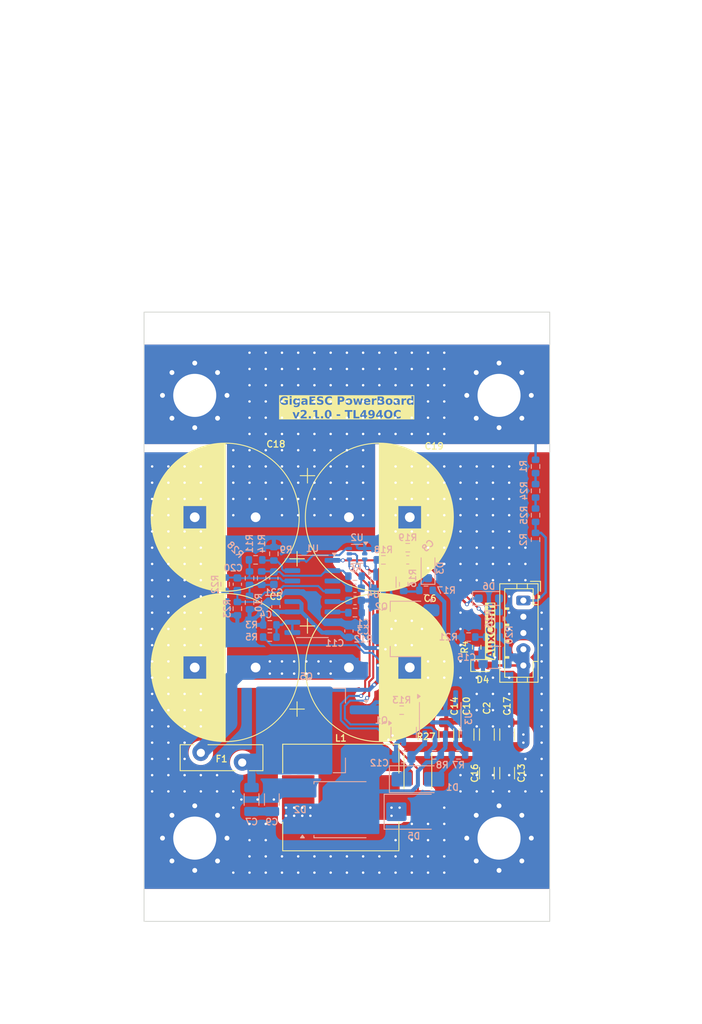
<source format=kicad_pcb>
(kicad_pcb (version 20240108) (generator "pcbnew") (generator_version "8.0")
  (layers (0 "F.Cu" signal) (31 "B.Cu" signal) (34 "B.Paste" user) (35 "F.Paste" user) (36 "B.SilkS" user "B.Silkscreen") (37 "F.SilkS" user "F.Silkscreen") (38 "B.Mask" user) (39 "F.Mask" user) (44 "Edge.Cuts" user))
  (net 0 "")
  (net 1 "+BATT")
  (net 2 "-BATT")
  (net 3 "+12V")
  (net 4 "IN_V")
  (net 5 "Net-(U1-E1)")
  (net 6 "Net-(U1-1IN-)")
  (net 7 "STARTUP")
  (net 8 "Net-(U1-CT)")
  (net 9 "Net-(U1-DTC)")
  (net 10 "Net-(D1-K)")
  (net 11 "Net-(D1-A)")
  (net 12 "Net-(U1-FB)")
  (net 13 "Net-(Q2-G)")
  (net 14 "Net-(Q2-S)")
  (net 15 "Net-(D4-K)")
  (net 16 "Net-(Q1-E)")
  (net 17 "Net-(D5-K)")
  (net 18 "Net-(U1-RT)")
  (net 19 "/SW-NODE")
  (net 20 "Net-(C21-Pad2)")
  (net 21 "Net-(U1-REF)")
  (net 22 "CFB-")
  (net 23 "VFB")
  (net 24 "Net-(D3-K)")
  (net 25 "Net-(U4-R)")
  (net 26 "Net-(C1-Pad1)")
  (net 27 "Net-(U3-HIN)")
  (net 29 "DRV-OUT")
  (net 30 "+VSW")
  (net 31 "Net-(R1-Pad2)")
  (net 32 "Net-(R24-Pad2)")
  (net 33 "Net-(D6-A)")
  (net 34 "CFB")
  (net 35 "Net-(C7-Pad2)")
  (footprint "MountingHole:MountingHole_5.3mm_M5_Pad_Via" (layer "F.Cu") (at 93.75 139.75)
    (property "Reference" "H3" (hide yes))
    (property "Value" "MountingHole_Pad")
  )
  (footprint "Capacitor_THT:CP_Radial_D18.0mm_P7.50mm" (layer "F.Cu") (at 63.75 118.75 180)
    (property "Reference" "C5")
    (property "Value" "330u 200V")
  )
  (footprint "Connector_JST:JST_PH_B5B-PH-K_1x05_P2.00mm_Vertical" (layer "F.Cu") (at 96.75 110.5 -90)
    (property "Reference" "J1" (hide yes))
    (property "Value" "AuxConn")
  )
  (footprint "Capacitor_THT:CP_Radial_D18.0mm_P7.50mm" (layer "F.Cu") (at 75.25 118.75)
    (property "Reference" "C6")
    (property "Value" "330u 200V")
  )
  (footprint "Inductor_SMD:L_Chilisin_BMRG00131360" (layer "F.Cu") (at 74.25 134.75)
    (property "Reference" "L1")
    (property "Value" "100uH")
  )
  (footprint "MountingHole:MountingHole_5.3mm_M5_Pad_Via" (layer "F.Cu") (at 56.25 85.25)
    (property "Reference" "H2" (hide yes))
    (property "Value" "MountingHole_Pad")
  )
  (footprint "Capacitor_SMD:C_1206_3216Metric" (layer "F.Cu") (at 87.25 127 90)
    (property "Reference" "C14")
    (property "Value" "22u")
  )
  (footprint "Resistor_SMD:R_0603_1608Metric" (layer "F.Cu") (at 91 116.25 -90)
    (property "Reference" "R4")
    (property "Value" "82k")
  )
  (footprint "Capacitor_SMD:C_1206_3216Metric" (layer "F.Cu") (at 89.75 127 90)
    (property "Reference" "C10")
    (property "Value" "22u")
  )
  (footprint "Capacitor_SMD:C_1206_3216Metric" (layer "F.Cu") (at 92.25 127 90)
    (property "Reference" "C2")
    (property "Value" "22u")
  )
  (footprint "MountingHole:MountingHole_5.3mm_M5_Pad_Via" (layer "F.Cu") (at 93.75 85.25)
    (property "Reference" "H4" (hide yes))
    (property "Value" "MountingHole_Pad")
  )
  (footprint "Diode_SMD:D_0603_1608Metric" (layer "F.Cu") (at 91.75 118.5)
    (property "Reference" "D4")
    (property "Value" "RUN")
  )
  (footprint "Capacitor_SMD:C_1206_3216Metric" (layer "F.Cu") (at 94.75 127 90)
    (property "Reference" "C17")
    (property "Value" "22u")
  )
  (footprint "Fuse:Fuse_Bourns_MF-RHT400" (layer "F.Cu") (at 57 129.25)
    (property "Reference" "F1")
    (property "Value" "RLVR240-100")
  )
  (footprint "Capacitor_SMD:C_1206_3216Metric" (layer "F.Cu") (at 92.25 131.75 -90)
    (property "Reference" "C16")
    (property "Value" "22u")
  )
  (footprint "Capacitor_THT:CP_Radial_D18.0mm_P7.50mm" (layer "F.Cu") (at 75.25 100.25)
    (property "Reference" "C19")
    (property "Value" "330u 200V")
  )
  (footprint "Capacitor_THT:CP_Radial_D18.0mm_P7.50mm" (layer "F.Cu") (at 63.75 100.25 180)
    (property "Reference" "C18")
    (property "Value" "330u 200V")
  )
  (footprint "Capacitor_SMD:C_1206_3216Metric" (layer "F.Cu") (at 94.75 131.75 -90)
    (property "Reference" "C13")
    (property "Value" "22u")
  )
  (footprint "Resistor_SMD:R_2512_6332Metric" (layer "F.Cu") (at 83.75 131.5 90)
    (property "Reference" "R27")
    (property "Value" "10m")
  )
  (footprint "MountingHole:MountingHole_5.3mm_M5_Pad_Via" (layer "F.Cu") (at 56.25 139.75)
    (property "Reference" "H1" (hide yes))
    (property "Value" "MountingHole_Pad")
  )
  (footprint "Package_TO_SOT_SMD:SOT-23" (layer "B.Cu") (at 79.5 108.25 -90)
    (property "Reference" "U4")
    (property "Value" "TL431")
  )
  (footprint "Resistor_SMD:R_0603_1608Metric" (layer "B.Cu") (at 60 108.5 -90)
    (property "Reference" "R22")
    (property "Value" "10k")
  )
  (footprint "Resistor_SMD:R_0603_1608Metric" (layer "B.Cu") (at 64.5 107.75 -90)
    (property "Reference" "R14")
    (property "Value" "200k")
  )
  (footprint "Resistor_SMD:R_0603_1608Metric" (layer "B.Cu") (at 79.5 105.5)
    (property "Reference" "R18")
    (property "Value" "9.1k")
  )
  (footprint "Resistor_SMD:R_0603_1608Metric" (layer "B.Cu") (at 85.75 129.5 180)
    (property "Reference" "R8")
    (property "Value" "1k")
  )
  (footprint "Resistor_SMD:R_0603_1608Metric" (layer "B.Cu") (at 66 104.75 90)
    (property "Reference" "R9")
    (property "Value" "5.1k")
  )
  (footprint "Resistor_SMD:R_0603_1608Metric" (layer "B.Cu") (at 93 115 180)
    (property "Reference" "R20")
    (property "Value" "100k")
  )
  (footprint "Capacitor_SMD:C_1206_3216Metric" (layer "B.Cu") (at 65.75 135 90)
    (property "Reference" "C9")
    (property "Value" "2.2u 100V")
  )
  (footprint "Resistor_SMD:R_0603_1608Metric" (layer "B.Cu") (at 84.75 109.25 180)
    (property "Reference" "R17")
    (property "Value" "47")
  )
  (footprint "Capacitor_SMD:C_1206_3216Metric" (layer "B.Cu") (at 63.25 135 -90)
    (property "Reference" "C7")
    (property "Value" "2.2u 100V")
  )
  (footprint "Package_SO:SOIC-8_3.9x4.9mm_P1.27mm" (layer "B.Cu") (at 86.5 125 -90)
    (property "Reference" "U3")
    (property "Value" "IR2181")
  )
  (footprint "Resistor_SMD:R_0603_1608Metric" (layer "B.Cu") (at 63 110.75 -90)
    (property "Reference" "R10")
    (property "Value" "5.1k")
  )
  (footprint "Resistor_SMD:R_0603_1608Metric" (layer "B.Cu") (at 76 107.5)
    (property "Reference" "R6")
    (property "Value" "2k")
  )
  (footprint "Diode_SMD:D_SOD-323_HandSoldering" (layer "B.Cu") (at 85 106.5 90)
    (property "Reference" "D3")
    (property "Value" "BZT52C5V1S")
  )
  (footprint "Package_TO_SOT_SMD:SOT-363_SC-70-6" (layer "B.Cu") (at 76.25 104.75 180)
    (property "Reference" "U2")
    (property "Value" "INA213")
  )
  (footprint "Resistor_SMD:R_0603_1608Metric" (layer "B.Cu") (at 63 107.75 -90)
    (property "Reference" "R11")
    (property "Value" "5.1k")
  )
  (footprint "Capacitor_SMD:C_0603_1608Metric" (layer "B.Cu") (at 61.5 108.5 -90)
    (property "Reference" "C20")
    (property "Value" "10u")
  )
  (footprint "Diode_SMD:D_SOD-323_HandSoldering" (layer "B.Cu") (at 92.5 110.25)
    (property "Reference" "D6")
    (property "Value" "1N5819WS")
  )
  (footprint "Resistor_SMD:R_0603_1608Metric" (layer "B.Cu") (at 81.75 124)
    (property "Reference" "R13")
    (property "Value" "22")
  )
  (footprint "Capacitor_SMD:C_0603_1608Metric" (layer "B.Cu") (at 76 110.5)
    (property "Reference" "C3")
    (property "Value" "1n")
  )
  (footprint "Resistor_SMD:R_0603_1608Metric" (layer "B.Cu") (at 98.25 94 -90)
    (property "Reference" "R1")
    (property "Value" "348k")
  )
  (footprint "Resistor_SMD:R_0603_1608Metric" (layer "B.Cu") (at 98.25 103 -90)
    (property "Reference" "R2")
    (property "Value" "18.7k")
  )
  (footprint "Resistor_SMD:R_0603_1608Metric" (layer "B.Cu") (at 76 112)
    (property "Reference" "R12")
    (property "Value" "5.1k")
  )
  (footprint "Resistor_SMD:R_0603_1608Metric" (layer "B.Cu") (at 61.5 111.5 -90)
    (property "Reference" "R23")
    (property "Value" "4.7k")
  )
  (footprint "Capacitor_SMD:C_1210_3225Metric" (layer "B.Cu") (at 93.25 117.5 180)
    (property "Reference" "C15")
    (property "Value" "47u 16V")
  )
  (footprint "Resistor_SMD:R_0603_1608Metric" (layer "B.Cu") (at 65.5 115)
    (property "Reference" "R5")
    (property "Value" "100")
  )
  (footprint "Diode_SMD:D_SMA" (layer "B.Cu") (at 83.75 132.5)
    (property "Reference" "D1")
    (property "Value" "SS520F")
  )
  (footprint "Resistor_SMD:R_0603_1608Metric" (layer "B.Cu") (at 93.75 112.75 90)
    (property "Reference" "R26")
    (property "Value" "22")
  )
  (footprint "Package_TO_SOT_SMD:SOT-23" (layer "B.Cu") (at 82 126.75 -90)
    (property "Reference" "Q1")
    (property "Value" "MMBTA92")
  )
  (footprint "Resistor_SMD:R_0603_1608Metric" (layer "B.Cu") (at 90 115 180)
    (property "Reference" "R21")
    (property "Value" "27k")
  )
  (footprint "Resistor_SMD:R_0603_1608Metric" (layer "B.Cu") (at 82 108.5 90)
    (property "Reference" "R16")
    (property "Value" "10k")
  )
  (footprint "Capacitor_SMD:C_0603_1608Metric" (layer "B.Cu") (at 66.25 111.25 90)
    (property "Reference" "C4")
    (property "Value" "100n")
  )
  (footprint "Package_TO_SOT_SMD:SOT-223-3_TabPin2" (layer "B.Cu") (at 82.25 114 180)
    (property "Reference" "Q2")
    (property "Value" "CPC3980")
  )
  (footprint "Resistor_SMD:R_0603_1608Metric" (layer "B.Cu") (at 88.75 129.5 180)
    (property "Reference" "R7")
    (property "Value" "22")
  )
  (footprint "Resistor_SMD:R_0603_1608Metric" (layer "B.Cu") (at 82.5 104)
    (property "Reference" "R19")
    (property "Value" "30k")
  )
  (footprint "Diode_SMD:D_SMB" (layer "B.Cu") (at 83.25 136.5)
    (property "Reference" "D5")
    (property "Value" "BZG03C16-M3-08")
  )
  (footprint "Package_TO_SOT_SMD:TO-263-2" (layer "B.Cu") (at 70 126.5 180)
    (property "Reference" "Q5")
    (property "Value" "IRFS4227TRLPBF")
  )
  (footprint "Capacitor_SMD:C_0805_2012Metric" (layer "B.Cu") (at 82 129.75 180)
    (property "Reference" "C12")
    (property "Value" "100n 200V")
  )
  (footprint "Resistor_SMD:R_0603_1608Metric" (layer "B.Cu") (at 98.25 97 -90)
    (property "Reference" "R24")
    (property "Value" "348k")
  )
  (footprint "Package_SO:SOIC-16_3.9x9.9mm_P1.27mm" (layer "B.Cu") (at 70.75 110 180)
    (property "Reference" "U1")
    (property "Value" "TL494")
  )
  (footprint "Capacitor_SMD:C_0603_1608Metric" (layer "B.Cu") (at 66 107.75 -90)
    (property "Reference" "C21")
    (property "Value" "100n")
  )
  (footprint "Package_TO_SOT_SMD:TO-252-2" (layer "B.Cu") (at 74.25 136.25)
    (property "Reference" "D2")
    (property "Value" "CI04S65E3")
  )
  (footprint "Resistor_SMD:R_0603_1608Metric" (layer "B.Cu") (at 65.5 113.5 180)
    (property "Reference" "R3")
    (property "Value" "10k")
  )
  (footprint "Capacitor_SMD:C_0603_1608Metric" (layer "B.Cu") (at 76 109 180)
    (property "Reference" "C1")
    (property "Value" "100n")
  )
  (footprint "Resistor_SMD:R_0603_1608Metric" (layer "B.Cu") (at 98.25 100 -90)
    (property "Reference" "R25")
    (property "Value" "348k")
  )
  (footprint "Capacitor_SMD:C_0603_1608Metric" (layer "B.Cu") (at 82.5 105.5 180)
    (property "Reference" "C8")
    (property "Value" "1n")
  )
  (footprint "Capacitor_SMD:C_0603_1608Metric" (layer "B.Cu") (at 75.25 114.25 90)
    (property "Reference" "C11")
    (property "Value" "1u")
  )
  (footprint "Resistor_SMD:R_0603_1608Metric" (layer "B.Cu") (at 63.75 105.5)
    (property "Reference" "R28")
    (property "Value" "20k")
  )
  (gr_rect (start 50 75) (end 100 150) (stroke (width 0.1)) (fill none) (layer "Edge.Cuts"))
  (gr_text "GigaESC PowerBoard\nv2.1.0 - TL494OC" (at 75 88.25 0) (layer "F.SilkS" knockout) (effects (font (size 1 1) (thickness 0.2) (bold yes)) (justify bottom)))
  (segment (start 91 88.5) (end 92.325 89.825) (width 0.3) (layer "F.Cu") (net 1))
  (via (at 83 80) (size 0.5) (drill 0.3) (layers "F.Cu" "B.Cu") (net 1))
  (via (at 77 84) (size 0.5) (drill 0.3) (layers "F.Cu" "B.Cu") (net 1))
  (via (at 67 100) (size 0.5) (drill 0.3) (layers "F.Cu" "B.Cu") (net 1))
  (via (at 73 118) (size 0.5) (drill 0.3) (layers "F.Cu" "B.Cu") (net 1))
  (via (at 70 119.5) (size 0.5) (drill 0.3) (layers "F.Cu" "B.Cu") (net 1))
  (via (at 85 88) (size 0.5) (drill 0.3) (layers "F.Cu" "B.Cu") (net 1))
  (via (at 73 84) (size 0.5) (drill 0.3) (layers "F.Cu" "B.Cu") (net 1))
  (via (at 69 94) (size 0.5) (drill 0.3) (layers "F.Cu" "B.Cu") (net 1))
  (via (at 69 98) (size 0.5) (drill 0.3) (layers "F.Cu" "B.Cu") (net 1))
  (via (at 73 92) (size 0.5) (drill 0.3) (layers "F.Cu" "B.Cu") (net 1))
  (via (at 67 90) (size 0.5) (drill 0.3) (layers "F.Cu" "B.Cu") (net 1))
  (via (at 65 88) (size 0.5) (drill 0.3) (layers "F.Cu" "B.Cu") (net 1))
  (via (at 73 94) (size 0.5) (drill 0.3) (layers "F.Cu" "B.Cu") (net 1))
  (via (at 87 86) (size 0.5) (drill 0.3) (layers "F.Cu" "B.Cu") (net 1))
  (via (at 69 82) (size 0.5) (drill 0.3) (layers "F.Cu" "B.Cu") (net 1))
  (via (at 71 84) (size 0.5) (drill 0.3) (layers "F.Cu" "B.Cu") (net 1))
  (via (at 73 98) (size 0.5) (drill 0.3) (layers "F.Cu" "B.Cu") (net 1))
  (via (at 81 84) (size 0.5) (drill 0.3) (layers "F.Cu" "B.Cu") (net 1))
  (via (at 85 84) (size 0.5) (drill 0.3) (layers "F.Cu" "B.Cu") (net 1))
  (via (at 83 88) (size 0.5) (drill 0.3) (layers "F.Cu" "B.Cu") (net 1))
  (via (at 77 92) (size 0.5) (drill 0.3) (layers "F.Cu" "B.Cu") (net 1))
  (via (at 67 94) (size 0.5) (drill 0.3) (layers "F.Cu" "B.Cu") (net 1))
  (via (at 69 86) (size 0.5) (drill 0.3) (layers "F.Cu" "B.Cu") (net 1))
  (via (at 73 100) (size 0.5) (drill 0.3) (layers "F.Cu" "B.Cu") (net 1))
  (via (at 79 86) (size 0.5) (drill 0.3) (layers "F.Cu" "B.Cu") (net 1))
  (via (at 75 94) (size 0.5) (drill 0.3) (layers "F.Cu" "B.Cu") (net 1))
  (via (at 67 92) (size 0.5) (drill 0.3) (layers "F.Cu" "B.Cu") (net 1))
  (via (at 77 88) (size 0.5) (drill 0.3) (layers "F.Cu" "B.Cu") (net 1))
  (via (at 77 82) (size 0.5) (drill 0.3) (layers "F.Cu" "B.Cu") (net 1))
  (via (at 75 80) (size 0.5) (drill 0.3) (layers "F.Cu" "B.Cu") (net 1))
  (via (at 71 92) (size 0.5) (drill 0.3) (layers "F.Cu" "B.Cu") (net 1))
  (via (at 65 90) (size 0.5) (drill 0.3) (layers "F.Cu" "B.Cu") (net 1))
  (via (at 81 86) (size 0.5) (drill 0.3) (layers "F.Cu" "B.Cu") (net 1))
  (via (at 69 84) (size 0.5) (drill 0.3) (layers "F.Cu" "B.Cu") (net 1))
  (via (at 85 86) (size 0.5) (drill 0.3) (layers "F.Cu" "B.Cu") (net 1))
  (via (at 73 82) (size 0.5) (drill 0.3) (layers "F.Cu" "B.Cu") (net 1))
  (via (at 67 96) (size 0.5) (drill 0.3) (layers "F.Cu" "B.Cu") (net 1))
  (via (at 79 88) (size 0.5) (drill 0.3) (layers "F.Cu" "B.Cu") (net 1))
  (via (at 77 90) (size 0.5) (drill 0.3) (layers "F.Cu" "B.Cu") (net 1))
  (via (at 71 94) (size 0.5) (drill 0.3) (layers "F.Cu" "B.Cu") (net 1))
  (via (at 61 100) (size 0.5) (drill 0.3) (layers "F.Cu" "B.Cu") (net 1))
  (via (at 67 86) (size 0.5) (drill 0.3) (layers "F.Cu" "B.Cu") (net 1))
  (via (at 69 80) (size 0.5) (drill 0.3) (layers "F.Cu" "B.Cu") (net 1))
  (via (at 73 86) (size 0.5) (drill 0.3) (layers "F.Cu" "B.Cu") (net 1))
  (via (at 87 82) (size 0.5) (drill 0.3) (layers "F.Cu" "B.Cu") (net 1))
  (via (at 71 96) (size 0.5) (drill 0.3) (layers "F.Cu" "B.Cu") (net 1))
  (via (at 65 80) (size 0.5) (drill 0.3) (layers "F.Cu" "B.Cu") (net 1))
  (via (at 61 96) (size 0.5) (drill 0.3) (layers "F.Cu" "B.Cu") (net 1))
  (via (at 83 86) (size 0.5) (drill 0.3) (layers "F.Cu" "B.Cu") (net 1))
  (via (at 61 94) (size 0.5) (drill 0.3) (layers "F.Cu" "B.Cu") (net 1))
  (via (at 67 80) (size 0.5) (drill 0.3) (layers "F.Cu" "B.Cu") (net 1))
  (via (at 79 82) (size 0.5) (drill 0.3) (layers "F.Cu" "B.Cu") (net 1))
  (via (at 77 100) (size 0.5) (drill 0.3) (layers "F.Cu" "B.Cu") (net 1))
  (via (at 73 96) (size 0.5) (drill 0.3) (layers "F.Cu" "B.Cu") (net 1))
  (via (at 71 86) (size 0.5) (drill 0.3) (layers "F.Cu" "B.Cu") (net 1))
  (via (at 65 92) (size 0.5) (drill 0.3) (layers "F.Cu" "B.Cu") (net 1))
  (via (at 69 90) (size 0.5) (drill 0.3) (layers "F.Cu" "B.Cu") (net 1))
  (via (at 68.5 119.5) (size 0.5) (drill 0.3) (layers "F.Cu" "B.Cu") (net 1))
  (via (at 67 118) (size 0.5) (drill 0.3) (layers "F.Cu" "B.Cu") (net 1))
  (via (at 69 92) (size 0.5) (drill 0.3) (layers "F.Cu" "B.Cu") (net 1))
  (via (at 73 90) (size 0.5) (drill 0.3) (layers "F.Cu" "B.Cu") (net 1))
  (via (at 87 88) (size 0.5) (drill 0.3) (layers "F.Cu" "B.Cu") (net 1))
  (via (at 65.5 119.5) (size 0.5) (drill 0.3) (layers "F.Cu" "B.Cu") (net 1))
  (via (at 83 84) (size 0.5) (drill 0.3) (layers "F.Cu" "B.Cu") (net 1))
  (via (at 65 96) (size 0.5) (drill 0.3) (layers "F.Cu" "B.Cu") (net 1))
  (via (at 85 82) (size 0.5) (drill 0.3) (layers "F.Cu" "B.Cu") (net 1))
  (via (at 63 92) (size 0.5) (drill 0.3) (layers "F.Cu" "B.Cu") (net 1))
  (via (at 83 90) (size 0.5) (drill 0.3) (layers "F.Cu" "B.Cu") (net 1))
  (via (at 83 82) (size 0.5) (drill 0.3) (layers "F.Cu" "B.Cu") (net 1))
  (via (at 61 98) (size 0.5) (drill 0.3) (layers "F.Cu" "B.Cu") (net 1))
  (via (at 65 86) (size 0.5) (drill 0.3) (layers "F.Cu" "B.Cu") (net 1))
  (via (at 81 80) (size 0.5) (drill 0.3) (layers "F.Cu" "B.Cu") (net 1))
  (via (at 73 80) (size 0.5) (drill 0.3) (layers "F.Cu" "B.Cu") (net 1))
  (via (at 75 82) (size 0.5) (drill 0.3) (layers "F.Cu" "B.Cu") (net 1))
  (via (at 70 118) (size 0.5) (drill 0.3) (layers "F.Cu" "B.Cu") (net 1))
  (via (at 67 82) (size 0.5) (drill 0.3) (layers "F.Cu" "B.Cu") (net 1))
  (via (at 77 96) (size 0.5) (drill 0.3) (layers "F.Cu" "B.Cu") (net 1))
  (via (at 69 88) (size 0.5) (drill 0.3) (layers "F.Cu" "B.Cu") (net 1))
  (via (at 75 86) (size 0.5) (drill 0.3) (layers "F.Cu" "B.Cu") (net 1))
  (via (at 63 94) (size 0.5) (drill 0.3) (layers "F.Cu" "B.Cu") (net 1))
  (via (at 87 80) (size 0.5) (drill 0.3) (layers "F.Cu" "B.Cu") (net 1))
  (via (at 61 92) (size 0.5) (drill 0.3) (layers "F.Cu" "B.Cu") (net 1))
  (via (at 71.5 119.5) (size 0.5) (drill 0.3) (layers "F.Cu" "B.Cu") (net 1))
  (via (at 79 84) (size 0.5) (drill 0.3) (layers "F.Cu" "B.Cu") (net 1))
  (via (at 68.5 118) (size 0.5) (drill 0.3) (layers "F.Cu" "B.Cu") (net 1))
  (via (at 75 96) (size 0.5) (drill 0.3) (layers "F.Cu" "B.Cu") (net 1))
  (via (at 65 82) (size 0.5) (drill 0.3) (layers "F.Cu" "B.Cu") (net 1))
  (via (at 71 88) (size 0.5) (drill 0.3) (layers "F.Cu" "B.Cu") (net 1))
  (via (at 85 90) (size 0.5) (drill 0.3) (layers "F.Cu" "B.Cu") (net 1))
  (via (at 87 84) (size 0.5) (drill 0.3) (layers "F.Cu" "B.Cu") (net 1))
  (via (at 77 80) (size 0.5) (drill 0.3) (layers "F.Cu" "B.Cu") (net 1))
  (via (at 67 88) (size 0.5) (drill 0.3) (layers "F.Cu" "B.Cu") (net 1))
  (via (at 79 80) (size 0.5) (drill 0.3) (layers "F.Cu" "B.Cu") (net 1))
  (via (at 71 100) (size 0.5) (drill 0.3) (layers "F.Cu" "B.Cu") (net 1))
  (via (at 75 92) (size 0.5) (drill 0.3) (layers "F.Cu" "B.Cu") (net 1))
  (via (at 63 96) (size 0.5) (drill 0.3) (layers "F.Cu" "B.Cu") (net 1))
  (via (at 77 98) (size 0.5) (drill 0.3) (layers "F.Cu" "B.Cu") (net 1))
  (via (at 63 80) (size 0.5) (drill 0.3) (layers "F.Cu" "B.Cu") (net 1))
  (via (at 75 98) (size 0.5) (drill 0.3) (layers "F.Cu" "B.Cu") (net 1))
  (via (at 65 94) (size 0.5) (drill 0.3) (layers "F.Cu" "B.Cu") (net 1))
  (via (at 73 119.5) (size 0.5) (drill 0.3) (layers "F.Cu" "B.Cu") (net 1))
  (via (at 65.5 118) (size 0.5) (drill 0.3) (layers "F.Cu" "B.Cu") (net 1))
  (via (at 67 98) (size 0.5) (drill 0.3) (layers "F.Cu" "B.Cu") (net 1))
  (via (at 63 86) (size 0.5) (drill 0.3) (layers "F.Cu" "B.Cu") (net 1))
  (via (at 67 84) (size 0.5) (drill 0.3) (layers "F.Cu" "B.Cu") (net 1))
  (via (at 71 90) (size 0.5) (drill 0.3) (layers "F.Cu" "B.Cu") (net 1))
  (via (at 63 82) (size 0.5) (drill 0.3) (layers "F.Cu" "B.Cu") (net 1))
  (via (at 75 90) (size 0.5) (drill 0.3) (layers "F.Cu" "B.Cu") (net 1))
  (via (at 71 98) (size 0.5) (drill 0.3) (layers "F.Cu" "B.Cu") (net 1))
  (via (at 85 80) (size 0.5) (drill 0.3) (layers "F.Cu" "B.Cu") (net 1))
  (via (at 65 98) (size 0.5) (drill 0.3) (layers "F.Cu" "B.Cu") (net 1))
  (via (at 71.5 118) (size 0.5) (drill 0.3) (layers "F.Cu" "B.Cu") (net 1))
  (via (at 71 80) (size 0.5) (drill 0.3) (layers "F.Cu" "B.Cu") (net 1))
  (via (at 63 98) (size 0.5) (drill 0.3) (layers "F.Cu" "B.Cu") (net 1))
  (via (at 79 90) (size 0.5) (drill 0.3) (layers "F.Cu" "B.Cu") (net 1))
  (via (at 81 88) (size 0.5) (drill 0.3) (layers "F.Cu" "B.Cu") (net 1))
  (via (at 77 94) (size 0.5) (drill 0.3) (layers "F.Cu" "B.Cu") (net 1))
  (via (at 69 96) (size 0.5) (drill 0.3) (layers "F.Cu" "B.Cu") (net 1))
  (via (at 75 88) (size 0.5) (drill 0.3) (layers "F.Cu" "B.Cu") (net 1))
  (via (at 67 119.5) (size 0.5) (drill 0.3) (layers "F.Cu" "B.Cu") (net 1))
  (via (at 81 82) (size 0.5) (drill 0.3) (layers "F.Cu" "B.Cu") (net 1))
  (via (at 71 82) (size 0.5) (drill 0.3) (layers "F.Cu" "B.Cu") (net 1))
  (via (at 87 90) (size 0.5) (drill 0.3) (layers "F.Cu" "B.Cu") (net 1))
  (via (at 77 86) (size 0.5) (drill 0.3) (layers "F.Cu" "B.Cu") (net 1))
  (via (at 73 88) (size 0.5) (drill 0.3) (layers "F.Cu" "B.Cu") (net 1))
  (via (at 65 84) (size 0.5) (drill 0.3) (layers "F.Cu" "B.Cu") (net 1))
  (via (at 81 90) (size 0.5) (drill 0.3) (layers "F.Cu" "B.Cu") (net 1))
  (via (at 63 90) (size 0.5) (drill 0.3) (layers "F.Cu" "B.Cu") (net 1))
  (via (at 69 100) (size 0.5) (drill 0.3) (layers "F.Cu" "B.Cu") (net 1))
  (via (at 75 84) (size 0.5) (drill 0.3) (layers "F.Cu" "B.Cu") (net 1))
  (via (at 63 84) (size 0.5) (drill 0.3) (layers "F.Cu" "B.Cu") (net 1))
  (via (at 63 88) (size 0.5) (drill 0.3) (layers "F.Cu" "B.Cu") (net 1))
  (segment (start 60.5 125.6) (end 60.5 120.5) (width 2) (layer "B.Cu") (net 1))
  (segment (start 98.25 89.75) (end 93.75 85.25) (width 0.3) (layer "B.Cu") (net 1))
  (segment (start 98.25 93.175) (end 98.25 89.75) (width 0.3) (layer "B.Cu") (net 1))
  (segment (start 60.5 120.5) (end 62.25 118.75) (width 2) (layer "B.Cu") (net 1))
  (segment (start 56.95 129.15) (end 60.5 125.6) (width 2) (layer "B.Cu") (net 1))
  (segment (start 62.25 118.75) (end 63.75 118.75) (width 2) (layer "B.Cu") (net 1))
  (via (at 89 94) (size 0.5) (drill 0.3) (layers "F.Cu" "B.Cu") (net 2))
  (via (at 95 98) (size 0.5) (drill 0.3) (layers "F.Cu" "B.Cu") (net 2))
  (via (at 89 96) (size 0.5) (drill 0.3) (layers "F.Cu" "B.Cu") (net 2))
  (via (at 67 144) (size 0.5) (drill 0.3) (layers "F.Cu" "B.Cu") (net 2))
  (via (at 62 135) (size 0.5) (drill 0.3) (layers "F.Cu" "B.Cu") (net 2))
  (via (at 73 144) (size 0.5) (drill 0.3) (layers "F.Cu" "B.Cu") (net 2))
  (via (at 93 108) (size 0.5) (drill 0.3) (layers "F.Cu" "B.Cu") (net 2))
  (via (at 53 128) (size 0.5) (drill 0.3) (layers "F.Cu" "B.Cu") (net 2))
  (via (at 99 128) (size 0.5) (drill 0.3) (layers "F.Cu" "B.Cu") (net 2))
  (via (at 55 112) (size 0.5) (drill 0.3) (layers "F.Cu" "B.Cu") (net 2))
  (via (at 53 98) (size 0.5) (drill 0.3) (layers "F.Cu" "B.Cu") (net 2))
  (via (at 93 98) (size 0.5) (drill 0.3) (layers "F.Cu" "B.Cu") (net 2))
  (via (at 89 112) (size 0.5) (drill 0.3) (layers "F.Cu" "B.Cu") (net 2))
  (via (at 99 112) (size 0.5) (drill 0.3) (layers "F.Cu" "B.Cu") (net 2))
  (via (at 51 106) (size 0.5) (drill 0.3) (layers "F.Cu" "B.Cu") (net 2))
  (via (at 97 134) (size 0.5) (drill 0.3) (layers "F.Cu" "B.Cu") (net 2))
  (via (at 57 110) (size 0.5) (drill 0.3) (layers "F.Cu" "B.Cu") (net 2))
  (via (at 85 138) (size 0.5) (drill 0.3) (layers "F.Cu" "B.Cu") (net 2))
  (via (at 81 100) (size 0.5) (drill 0.3) (layers "F.Cu" "B.Cu") (net 2))
  (via (at 65 142) (size 0.5) (drill 0.3) (layers "F.Cu" "B.Cu") (net 2))
  (via (at 61 134) (size 0.5) (drill 0.3) (layers "F.Cu" "B.Cu") (net 2))
  (via (at 79 144) (size 0.5) (drill 0.3) (layers "F.Cu" "B.Cu") (net 2))
  (via (at 53 102) (size 0.5) (drill 0.3) (layers "F.Cu" "B.Cu") (net 2))
  (via (at 81 102) (size 0.5) (drill 0.3) (layers "F.Cu" "B.Cu") (net 2))
  (via (at 91 102) (size 0.5) (drill 0.3) (layers "F.Cu" "B.Cu") (net 2))
  (via (at 59 134) (size 0.5) (drill 0.3) (layers "F.Cu" "B.Cu") (net 2))
  (via (at 51 118) (size 0.5) (drill 0.3) (layers "F.Cu" "B.Cu") (net 2))
  (via (at 53 114) (size 0.5) (drill 0.3) (layers "F.Cu" "B.Cu") (net 2))
  (via (at 91 134) (size 0.5) (drill 0.3) (layers "F.Cu" "B.Cu") (net 2))
  (via (at 89 104) (size 0.5) (drill 0.3) (layers "F.Cu" "B.Cu") (net 2))
  (via (at 89 120) (size 0.5) (drill 0.3) (layers "F.Cu" "B.Cu") (net 2))
  (via (at 83 94) (size 0.5) (drill 0.3) (layers "F.Cu" "B.Cu") (net 2))
  (via (at 83 113) (size 0.5) (drill 0.3) (layers "F.Cu" "B.Cu") (net 2))
  (via (at 53 104) (size 0.5) (drill 0.3) (layers "F.Cu" "B.Cu") (net 2))
  (via (at 51 128) (size 0.5) (drill 0.3) (layers "F.Cu" "B.Cu") (net 2))
  (via (at 83 138) (size 0.5) (drill 0.3) (layers "F.Cu" "B.Cu") (net 2))
  (via (at 51 100) (size 0.5) (drill 0.3) (layers "F.Cu" "B.Cu") (net 2))
  (via (at 97 106) (size 0.5) (drill 0.3) (layers "F.Cu" "B.Cu") (net 2))
  (via (at 53 94) (size 0.5) (drill 0.3) (layers "F.Cu" "B.Cu") (net 2))
  (via (at 55 98) (size 0.5) (drill 0.3) (layers "F.Cu" "B.Cu") (net 2))
  (via (at 53 108) (size 0.5) (drill 0.3) (layers "F.Cu" "B.Cu") (net 2))
  (via (at 87 120) (size 0.5) (drill 0.3) (layers "F.Cu" "B.Cu") (net 2))
  (via (at 85 142) (size 0.5) (drill 0.3) (layers "F.Cu" "B.Cu") (net 2))
  (via (at 57 124) (size 0.5) (drill 0.3) (layers "F.Cu" "B.Cu") (net 2))
  (via (at 53 120) (size 0.5) (drill 0.3) (layers "F.Cu" "B.Cu") (net 2))
  (via (at 57 122) (size 0.5) (drill 0.3) (layers "F.Cu" "B.Cu") (net 2))
  (via (at 51 132) (size 0.5) (drill 0.3) (layers "F.Cu" "B.Cu") (net 2))
  (via (at 89 132) (size 0.5) (drill 0.3) (layers "F.Cu" "B.Cu") (net 2))
  (via (at 93 122) (size 0.5) (drill 0.3) (layers "F.Cu" "B.Cu") (net 2))
  (via (at 51 134) (size 0.5) (drill 0.3) (layers "F.Cu" "B.Cu") (net 2))
  (via (at 53 96) (size 0.5) (drill 0.3) (layers "F.Cu" "B.Cu") (net 2))
  (via (at 55 102) (size 0.5) (drill 0.3) (layers "F.Cu" "B.Cu") (net 2))
  (via (at 91 96) (size 0.5) (drill 0.3) (layers "F.Cu" "B.Cu") (net 2))
  (via (at 53 130) (size 0.5) (drill 0.3) (layers "F.Cu" "B.Cu") (net 2))
  (via (at 51 112) (size 0.5) (drill 0.3) (layers "F.Cu" "B.Cu") (net 2))
  (via (at 85 120) (size 0.5) (drill 0.3) (layers "F.Cu" "B.Cu") (net 2))
  (via (at 93 132) (size 0.5) (drill 0.3) (layers "F.Cu" "B.Cu") (net 2))
  (via (at 87 102) (size 0.5) (drill 0.3) (layers "F.Cu" "B.Cu") (net 2))
  (via (at 89 118) (size 0.5) (drill 0.3) (layers "F.Cu" "B.Cu") (net 2))
  (via (at 55 116) (size 0.5) (drill 0.3) (layers "F.Cu" "B.Cu") (net 2))
  (via (at 57 104) (size 0.5) (drill 0.3) (layers "F.Cu" "B.Cu") (net 2))
  (via (at 97 108) (size 0.5) (drill 0.3) (layers "F.Cu" "B.Cu") (net 2))
  (via (at 63 144) (size 0.5) (drill 0.3) (layers "F.Cu" "B.Cu") (net 2))
  (via (at 89 98) (size 0.5) (drill 0.3) (layers "F.Cu" "B.Cu") (net 2))
  (via (at 87 142) (size 0.5) (drill 0.3) (layers "F.Cu" "B.Cu") (net 2))
  (via (at 95 96) (size 0.5) (drill 0.3) (layers "F.Cu" "B.Cu") (net 2))
  (via (at 55 96) (size 0.5) (drill 0.3) (layers "F.Cu" "B.Cu") (net 2))
  (via (at 85 94) (size 0.5) (drill 0.3) (layers "F.Cu" "B.Cu") (net 2))
  (via (at 91 98) (size 0.5) (drill 0.3) (layers "F.Cu" "B.Cu") (net 2))
  (via (at 87 104) (size 0.5) (drill 0.3) (layers "F.Cu" "B.Cu") (net 2))
  (via (at 91 120) (size 0.5) (drill 0.3) (layers "F.Cu" "B.Cu") (net 2))
  (via (at 65 138) (size 0.5) (drill 0.3) (layers "F.Cu" "B.Cu") (net 2))
  (via (at 57 114) (size 0.5) (drill 0.3) (layers "F.Cu" "B.Cu") (net 2))
  (via (at 99 122) (size 0.5) (drill 0.3) (layers "F.Cu" "B.Cu") (net 2))
  (via (at 55 134) (size 0.5) (drill 0.3) (layers "F.Cu" "B.Cu") (net 2))
  (via (at 53 106) (size 0.5) (drill 0.3) (layers "F.Cu" "B.Cu") (net 2))
  (via (at 83 98) (size 0.5) (drill 0.3) (layers "F.Cu" "B.Cu") (net 2))
  (via (at 95 114) (size 0.5) (drill 0.3) (layers "F.Cu" "B.Cu") (net 2))
  (via (at 89 116) (size 0.5) (drill 0.3) (layers "F.Cu" "B.Cu") (net 2))
  (via (at 55 108) (size 0.5) (drill 0.3) (layers "F.Cu" "B.Cu") (net 2))
  (via (at 73 142) (size 0.5) (drill 0.3) (layers "F.Cu" "B.Cu") (net 2))
  (via (at 63 142) (size 0.5) (drill 0.3) (layers "F.Cu" "B.Cu") (net 2))
  (via (at 57 112) (size 0.5) (drill 0.3) (layers "F.Cu" "B.Cu") (net 2))
  (via (at 57 106) (size 0.5) (drill 0.3) (layers "F.Cu" "B.Cu") (net 2))
  (via (at 53 132) (size 0.5) (drill 0.3) (layers "F.Cu" "B.Cu") (net 2))
  (via (at 99 132) (size 0.5) (drill 0.3) (layers "F.Cu" "B.Cu") (net 2))
  (via (at 69 144) (size 0.5) (drill 0.3) (layers "F.Cu" "B.Cu") (net 2))
  (via (at 95 110) (size 0.5) (drill 0.3) (layers "F.Cu" "B.Cu") (net 2))
  (via (at 79 142) (size 0.5) (drill 0.3) (layers "F.Cu" "B.Cu") (net 2))
  (via (at 95 94) (size 0.5) (drill 0.3) (layers "F.Cu" "B.Cu") (net 2))
  (via (at 55 132) (size 0.5) (drill 0.3) (layers "F.Cu" "B.Cu") (net 2))
  (via (at 51 130) (size 0.5) (drill 0.3) (layers "F.Cu" "B.Cu") (net 2))
  (via (at 99 130) (size 0.5) (drill 0.3) (layers "F.Cu" "B.Cu") (net 2))
  (via (at 87 138) (size 0.5) (drill 0.3) (layers "F.Cu" "B.Cu") (net 2))
  (via (at 77 144) (size 0.5) (drill 0.3) (layers "F.Cu" "B.Cu") (net 2))
  (via (at 59 132) (size 0.5) (drill 0.3) (layers "F.Cu" "B.Cu") (net 2))
  (via (at 81 98) (size 0.5) (drill 0.3) (layers "F.Cu" "B.Cu") (net 2))
  (via (at 55 110) (size 0.5) (drill 0.3) (layers "F.Cu" "B.Cu") (net 2))
  (via (at 55 128) (size 0.5) (drill 0.3) (layers "F.Cu" "B.Cu") (net 2))
  (via (at 99 126) (size 0.5) (drill 0.3) (layers "F.Cu" "B.Cu") (net 2))
  (via (at 97 104) (size 0.5) (drill 0.3) (layers "F.Cu" "B.Cu") (net 2))
  (via (at 53 126) (size 0.5) (drill 0.3) (layers "F.Cu" "B.Cu") (net 2))
  (via (at 55 104) (size 0.5) (drill 0.3) (layers "F.Cu" "B.Cu") (net 2))
  (via (at 83 140) (size 0.5) (drill 0.3) (layers "F.Cu" "B.Cu") (net 2))
  (via (at 83 144) (size 0.5) (drill 0.3) (layers "F.Cu" "B.Cu") (net 2))
  (via (at 55 124) (size 0.5) (drill 0.3) (layers "F.Cu" "B.Cu") (net 2))
  (via (at 75 142) (size 0.5) (drill 0.3) (layers "F.Cu" "B.Cu") (net 2))
  (via (at 93 124) (size 0.5) (drill 0.3) (layers "F.Cu" "B.Cu") (net 2))
  (via (at 97 130) (size 0.5) (drill 0.3) (layers "F.Cu" "B.Cu") (net 2))
  (via (at 99 116) (size 0.5) (drill 0.3) (layers "F.Cu" "B.Cu") (net 2))
  (via (at 51 126) (size 0.5) (drill 0.3) (layers "F.Cu" "B.Cu") (net 2))
  (via (at 57 126) (size 0.5) (drill 0.3) (layers "F.Cu" "B.Cu") (net 2))
  (via (at 99 134) (size 0.5) (drill 0.3) (layers "F.Cu" "B.Cu") (net 2))
  (via (at 95 102) (size 0.5) (drill 0.3) (layers "F.Cu" "B.Cu") (net 2))
  (via (at 51 94) (size 0.5) (drill 0.3) (layers "F.Cu" "B.Cu") (net 2))
  (via (at 91 94) (size 0.5) (drill 0.3) (layers "F.Cu" "B.Cu") (net 2))
  (via (at 91 126) (size 0.5) (drill 0.3) (layers "F.Cu" "B.Cu") (net 2))
  (via (at 77 142) (size 0.5) (drill 0.3) (layers "F.Cu" "B.Cu") (net 2))
  (via (at 63 138) (size 0.5) (drill 0.3) (layers "F.Cu" "B.Cu") (net 2))
  (via (at 57 96) (size 0.5) (drill 0.3) (layers "F.Cu" "B.Cu") (net 2))
  (via (at 91 100) (size 0.5) (drill 0.3) (layers "F.Cu" "B.Cu") (net 2))
  (via (at 57 108) (size 0.5) (drill 0.3) (layers "F.Cu" "B.Cu") (net 2))
  (via (at 99 124) (size 0.5) (drill 0.3) (layers "F.Cu" "B.Cu") (net 2))
  (via (at 99 120) (size 0.5) (drill 0.3) (layers "F.Cu" "B.Cu") (net 2))
  (via (at 51 108) (size 0.5) (drill 0.3) (layers "F.Cu" "B.Cu") (net 2))
  (via (at 51 124) (size 0.5) (drill 0.3) (layers "F.Cu" "B.Cu") (net 2))
  (via (at 71 142) (size 0.5) (drill 0.3) (layers "F.Cu" "B.Cu") (net 2))
  (via (at 95 100) (size 0.5) (drill 0.3) (layers "F.Cu" "B.Cu") (net 2))
  (via (at 53 122) (size 0.5) (drill 0.3) (layers "F.Cu" "B.Cu") (net 2))
  (via (at 85 102) (size 0.5) (drill 0.3) (layers "F.Cu" "B.Cu") (net 2))
  (via (at 87 136) (size 0.5) (drill 0.3) (layers "F.Cu" "B.Cu") (net 2))
  (via (at 95 120) (size 0.5) (drill 0.3) (layers "F.Cu" "B.Cu") (net 2))
  (via (at 91 108) (size 0.5) (drill 0.3) (layers "F.Cu" "B.Cu") (net 2))
  (via (at 87 96) (size 0.5) (drill 0.3) (layers "F.Cu" "B.Cu") (net 2))
  (via (at 65 140) (size 0.5) (drill 0.3) (layers "F.Cu" "B.Cu") (net 2))
  (via (at 81 96) (size 0.5) (drill 0.3) (layers "F.Cu" "B.Cu") (net 2))
  (via (at 81 142) (size 0.5) (drill 0.3) (layers "F.Cu" "B.Cu") (net 2))
  (via (at 61 144) (size 0.5) (drill 0.3) (layers "F.Cu" "B.Cu") (net 2))
  (via (at 85 98) (size 0.5) (drill 0.3) (layers "F.Cu" "B.Cu") (net 2))
  (via (at 53 100) (size 0.5) (drill 0.3) (layers "F.Cu" "B.Cu") (net 2))
  (via (at 95 112) (size 0.5) (drill 0.3) (layers "F.Cu" "B.Cu") (net 2))
  (via (at 91 122) (size 0.5) (drill 0.3) (layers "F.Cu" "B.Cu") (net 2))
  (via (at 89 114) (size 0.5) (drill 0.3) (layers "F.Cu" "B.Cu") (net 2))
  (via (at 91 132) (size 0.5) (drill 0.3) (layers "F.Cu" "B.Cu") (net 2))
  (via (at 93 120) (size 0.5) (drill 0.3) (layers "F.Cu" "B.Cu") (net 2))
  (via (at 91 104) (size 0.5) (drill 0.3) (layers "F.Cu" "B.Cu") (net 2))
  (via (at 89 100) (size 0.5) (drill 0.3) (layers "F.Cu" "B.Cu") (net 2))
  (via (at 85 104) (size 0.5) (drill 0.3) (layers "F.Cu" "B.Cu") (net 2))
  (via (at 99 114) (size 0.5) (drill 0.3) (layers "F.Cu" "B.Cu") (net 2))
  (via (at 57 132) (size 0.5) (drill 0.3) (layers "F.Cu" "B.Cu") (net 2))
  (via (at 51 102) (size 0.5) (drill 0.3) (layers "F.Cu" "B.Cu") (net 2))
  (via (at 83 96) (size 0.5) (drill 0.3) (layers "F.Cu" "B.Cu") (net 2))
  (via (at 55 114) (size 0.5) (drill 0.3) (layers "F.Cu" "B.Cu") (net 2))
  (via (at 51 116) (size 0.5) (drill 0.3) (layers "F.Cu" "B.Cu") (net 2))
  (via (at 51 120) (size 0.5) (drill 0.3) (layers "F.Cu" "B.Cu") (net 2))
  (via (at 57 116) (size 0.5) (drill 0.3) (layers "F.Cu" "B.Cu") (net 2))
  (via (at 87 118) (size 0.5) (drill 0.3) (layers "F.Cu" "B.Cu") (net 2))
  (via (at 53 124) (size 0.5) (drill 0.3) (layers "F.Cu" "B.Cu") (net 2))
  (via (at 89 108) (size 0.5) (drill 0.3) (layers "F.Cu" "B.Cu") (net 2))
  (via (at 57 98) (size 0.5) (drill 0.3) (layers "F.Cu" "B.Cu") (net 2))
  (via (at 53 110) (size 0.5) (drill 0.3) (layers "F.Cu" "B.Cu") (net 2))
  (via (at 53 118) (size 0.5) (drill 0.3) (layers "F.Cu" "B.Cu") (net 2))
  (via (at 93 100) (size 0.5) (drill 0.3) (layers "F.Cu" "B.Cu") (net 2))
  (via (at 53 112) (size 0.5) (drill 0.3) (layers "F.Cu" "B.Cu") (net 2))
  (via (at 81 94) (size 0.5) (drill 0.3) (layers "F.Cu" "B.Cu") (net 2))
  (via (at 91 106) (size 0.5) (drill 0.3) (layers "F.Cu" "B.Cu") (net 2))
  (via (at 51 122) (size 0.5) (drill 0.3) (layers "F.Cu" "B.Cu") (net 2))
  (via (at 64 135) (size 0.5) (drill 0.3) (layers "F.Cu" "B.Cu") (net 2))
  (via (at 83 116) (size 0.5) (drill 0.3) (layers "F.Cu" "B.Cu") (net 2))
  (via (at 81 144) (size 0.5) (drill 0.3) (layers "F.Cu" "B.Cu") (net 2))
  (via (at 87 144) (size 0.5) (drill 0.3) (layers "F.Cu" "B.Cu") (net 2))
  (via (at 89 134) (size 0.5) (drill 0.3) (layers "F.Cu" "B.Cu") (net 2))
  (via (at 93 94) (size 0.5) (drill 0.3) (layers "F.Cu" "B.Cu") (net 2))
  (via (at 95 122) (size 0.5) (drill 0.3) (layers "F.Cu" "B.Cu") (net 2))
  (via (at 55 94) (size 0.5) (drill 0.3) (layers "F.Cu" "B.Cu") (net 2))
  (via (at 85 144) (size 0.5) (drill 0.3) (layers "F.Cu" "B.Cu") (net 2))
  (via (at 55 126) (size 0.5) (drill 0.3) (layers "F.Cu" "B.Cu") (net 2))
  (via (at 81 140) (size 0.5) (drill 0.3) (layers "F.Cu" "B.Cu") (net 2))
  (via (at 87 106) (size 0.5) (drill 0.3) (layers "F.Cu" "B.Cu") (net 2))
  (via (at 87 140) (size 0.5) (drill 0.3) (layers "F.Cu" "B.Cu") (net 2))
  (via (at 66 135) (size 0.5) (drill 0.3) (layers "F.Cu" "B.Cu") (net 2))
  (via (at 81 113) (size 0.5) (drill 0.3) (layers "F.Cu" "B.Cu") (net 2))
  (via (at 87 100) (size 0.5) (drill 0.3) (layers "F.Cu" "B.Cu") (net 2))
  (via (at 93 126) (size 0.5) (drill 0.3) (layers "F.Cu" "B.Cu") (net 2))
  (via (at 95 134) (size 0.5) (drill 0.3) (layers "F.Cu" "B.Cu") (net 2))
  (via (at 63 140) (size 0.5) (drill 0.3) (layers "F.Cu" "B.Cu") (net 2))
  (via (at 85 118) (size 0.5) (drill 0.3) (layers "F.Cu" "B.Cu") (net 2))
  (via (at 95 104) (size 0.5) (drill 0.3) (layers "F.Cu" "B.Cu") (net 2))
  (via (at 85 100) (size 0.5) (drill 0.3) (layers "F.Cu" "B.Cu") (net 2))
  (via (at 57 94) (size 0.5) (drill 0.3) (layers "F.Cu" "B.Cu") (net 2))
  (via (at 87 98) (size 0.5) (drill 0.3) (layers "F.Cu" "B.Cu") (net 2))
  (via (at 89 106) (size 0.5) (drill 0.3) (layers "F.Cu" "B.Cu") (net 2))
  (via (at 69 142) (size 0.5) (drill 0.3) (layers "F.Cu" "B.Cu") (net 2))
  (via (at 55 122) (size 0.5) (drill 0.3) (layers "F.Cu" "B.Cu") (net 2))
  (via (at 89 102) (size 0.5) (drill 0.3) (layers "F.Cu" "B.Cu") (net 2))
  (via (at 51 114) (size 0.5) (drill 0.3) (layers "F.Cu" "B.Cu") (net 2))
  (via (at 65 144) (size 0.5) (drill 0.3) (layers "F.Cu" "B.Cu") (net 2))
  (via (at 81 116) (size 0.5) (drill 0.3) (layers "F.Cu" "B.Cu") (net 2))
  (via (at 53 134) (size 0.5) (drill 0.3) (layers "F.Cu" "B.Cu") (net 2))
  (via (at 93 96) (size 0.5) (drill 0.3) (layers "F.Cu" "B.Cu") (net 2))
  (via (at 83 102) (size 0.5) (drill 0.3) (layers "F.Cu" "B.Cu") (net 2))
  (via (at 55 130) (size 0.5) (drill 0.3) (layers "F.Cu" "B.Cu") (net 2))
  (via (at 93 106) (size 0.5) (drill 0.3) (layers "F.Cu" "B.Cu") (net 2))
  (via (at 85 140) (size 0.5) (drill 0.3) (layers "F.Cu" "B.Cu") (net 2))
  (via (at 61 136) (size 0.5) (drill 0.3) (layers "F.Cu" "B.Cu") (net 2))
  (via (at 83 142) (size 0.5) (drill 0.3) (layers "F.Cu" "B.Cu") (net 2))
  (via (at 57 134) (size 0.5) (drill 0.3) (layers "F.Cu" "B.Cu") (net 2))
  (via (at 75 144) (size 0.5) (drill 0.3) (layers "F.Cu" "B.Cu") (net 2))
  (via (at 95 124) (size 0.5) (drill 0.3) (layers "F.Cu" "B.Cu") (net 2))
  (via (at 95 126) (size 0.5) (drill 0.3) (layers "F.Cu" "B.Cu") (net 2))
  (via (at 93 134) (size 0.5) (drill 0.3) (layers "F.Cu" "B.Cu") (net 2))
  (via (at 97 132) (size 0.5) (drill 0.3) (layers "F.Cu" "B.Cu") (net 2))
  (via (at 93 104) (size 0.5) (drill 0.3) (layers "F.Cu" "B.Cu") (net 2))
  (via (at 71 144) (size 0.5) (drill 0.3) (layers "F.Cu" "B.Cu") (net 2))
  (via (at 85 96) (size 0.5) (drill 0.3) (layers "F.Cu" "B.Cu") (net 2))
  (via (at 95 106) (size 0.5) (drill 0.3) (layers "F.Cu" "B.Cu") (net 2))
  (via (at 51 96) (size 0.5) (drill 0.3) (layers "F.Cu" "B.Cu") (net 2))
  (via (at 91 124) (size 0.5) (drill 0.3) (layers "F.Cu" "B.Cu") (net 2))
  (via (at 99 118) (size 0.5) (drill 0.3) (layers "F.Cu" "B.Cu") (net 2))
  (via (at 95 132) (size 0.5) (drill 0.3) (layers "F.Cu" "B.Cu") (net 2))
  (via (at 51 104) (size 0.5) (drill 0.3) (layers "F.Cu" "B.Cu") (net 2))
  (via (at 93.25 117.5) (size 0.5) (drill 0.3) (layers "F.Cu" "B.Cu") (net 2))
  (via (at 57 102) (size 0.5) (drill 0.3) (layers "F.Cu" "B.Cu") (net 2))
  (via (at 67 142) (size 0.5) (drill 0.3) (layers "F.Cu" "B.Cu") (net 2))
  (via (at 55 106) (size 0.5) (drill 0.3) (layers "F.Cu" "B.Cu") (net 2))
  (via (at 95 108) (size 0.5) (drill 0.3) (layers "F.Cu" "B.Cu") (net 2))
  (via (at 51 98) (size 0.5) (drill 0.3) (layers "F.Cu" "B.Cu") (net 2))
  (via (at 87 94) (size 0.5) (drill 0.3) (layers "F.Cu" "B.Cu") (net 2))
  (via (at 93 102) (size 0.5) (drill 0.3) (layers "F.Cu" "B.Cu") (net 2))
  (via (at 53 116) (size 0.5) (drill 0.3) (layers "F.Cu" "B.Cu") (net 2))
  (via (at 51 110) (size 0.5) (drill 0.3) (layers "F.Cu" "B.Cu") (net 2))
  (segment (start 67.4975 109.365) (end 66.3875 110.475) (width 0.5) (layer "B.Cu") (net 2))
  (segment (start 68.275 109.365) (end 67.4975 109.365) (width 0.5) (layer "B.Cu") (net 2))
  (segment (start 69.615 109.365) (end 71.25 111) (width 0.5) (layer "B.Cu") (net 2))
  (segment (start 71.25 112.174999) (end 72.250001 113.175) (width 0.5) (layer "B.Cu") (net 2))
  (segment (start 68.275 109.365) (end 69.615 109.365) (width 0.5) (layer "B.Cu") (net 2))
  (segment (start 72.250001 113.175) (end 73.225 113.175) (width 0.5) (layer "B.Cu") (net 2))
  (segment (start 71.25 111) (end 71.25 112.174999) (width 0.5) (layer "B.Cu") (net 2))
  (segment (start 66.3875 110.475) (end 66.25 110.475) (width 0.5) (layer "B.Cu") (net 2))
  (segment (start 80.625 127.125) (end 82.0375 128.5375) (width 0.25) (layer "F.Cu") (net 3))
  (segment (start 77.75 122.25) (end 77.5 122.5) (width 0.25) (layer "F.Cu") (net 3))
  (segment (start 77.75 120.511396) (end 77.75 122.25) (width 0.25) (layer "F.Cu") (net 3))
  (segment (start 87.312499 128.5375) (end 92.25 128.5375) (width 1.2) (layer "F.Cu") (net 3))
  (segment (start 87.6 128.825001) (end 87.25 128.475001) (width 0.25) (layer "F.Cu") (net 3))
  (segment (start 78.25 108.25) (end 78.25 120.011396) (width 0.25) (layer "F.Cu") (net 3))
  (segment (start 76.25 106.25) (end 78.25 108.25) (width 0.25) (layer "F.Cu") (net 3))
  (segment (start 94.75 130.274999) (end 94.75 128.5375) (width 1.2) (layer "F.Cu") (net 3))
  (segment (start 96.75 127) (end 96.75 128) (width 1.5) (layer "F.Cu") (net 3))
  (segment (start 94.75 128.5375) (end 96.2125 128.5375) (width 1.2) (layer "F.Cu") (net 3))
  (segment (start 92.25 128.5375) (end 94.75 128.5375) (width 1.2) (layer "F.Cu") (net 3))
  (segment (start 78.25 120.011396) (end 77.75 120.511396) (width 0.25) (layer "F.Cu") (net 3))
  (segment (start 87.187501 128.5375) (end 87.25 128.475001) (width 1.2) (layer "F.Cu") (net 3))
  (segment (start 86 128.5375) (end 87.187501 128.5375) (width 1.2) (layer "F.Cu") (net 3))
  (segment (start 83.75 128.5375) (end 86 128.5375) (width 1.2) (layer "F.Cu") (net 3))
  (segment (start 96.2125 128.5375) (end 96.75 128) (width 1.2) (layer "F.Cu") (net 3))
  (segment (start 92.5375 118.5) (end 96.75 118.5) (width 0.3) (layer "F.Cu") (net 3))
  (segment (start 92.25 130.275) (end 92.25 128.5375) (width 1.2) (layer "F.Cu") (net 3))
  (segment (start 82.0375 128.5375) (end 83.75 128.5375) (width 0.25) (layer "F.Cu") (net 3))
  (via (at 96.75 127) (size 0.5) (drill 0.3) (layers "F.Cu" "B.Cu") (net 3))
  (via (at 96.75 128) (size 0.5) (drill 0.3) (layers "F.Cu" "B.Cu") (net 3))
  (via (at 77.5 122.5) (size 0.5) (drill 0.3) (layers "F.Cu" "B.Cu") (net 3))
  (via (at 80.625 127.125) (size 0.5) (drill 0.3) (layers "F.Cu" "B.Cu") (net 3))
  (via (at 76.25 106.25) (size 0.5) (drill 0.3) (layers "F.Cu" "B.Cu") (net 3))
  (segment (start 93.75 114.925) (end 93.75 113.575) (width 0.5) (layer "B.Cu") (net 3))
  (segment (start 96.75 118.5) (end 96.75 116.5) (width 1.5) (layer "B.Cu") (net 3))
  (segment (start 75.39495 122.825) (end 77.175 122.825) (width 0.25) (layer "B.Cu") (net 3))
  (segment (start 94.725 115.9) (end 93.825 115) (width 0.5) (layer "B.Cu") (net 3))
  (segment (start 74.75 123.46995) (end 75.39495 122.825) (width 0.25) (layer "B.Cu") (net 3))
  (segment (start 94.725 117.5) (end 95.75 117.5) (width 1) (layer "B.Cu") (net 3))
  (segment (start 76.25 106.25) (end 76.25 105) (width 0.25) (layer "B.Cu") (net 3))
  (segment (start 96.75 118.5) (end 96.75 128) (width 1.5) (layer "B.Cu") (net 3))
  (segment (start 77.175 122.825) (end 77.5 122.5) (width 0.25) (layer "B.Cu") (net 3))
  (segment (start 95.75 117.5) (end 96.75 118.5) (width 1) (layer "B.Cu") (net 3))
  (segment (start 75.45 125.75) (end 74.75 125.05) (width 0.25) (layer "B.Cu") (net 3))
  (segment (start 79.25 125.75) (end 75.45 125.75) (width 0.25) (layer "B.Cu") (net 3))
  (segment (start 93.825 115) (end 93.75 114.925) (width 0.5) (layer "B.Cu") (net 3))
  (segment (start 80.625 127.125) (end 79.25 125.75) (width 0.25) (layer "B.Cu") (net 3))
  (segment (start 76.25 105) (end 76 104.75) (width 0.25) (layer "B.Cu") (net 3))
  (segment (start 94.725 117.5) (end 94.725 115.9) (width 0.5) (layer "B.Cu") (net 3))
  (segment (start 74.75 125.05) (end 74.75 123.46995) (width 0.25) (layer "B.Cu") (net 3))
  (segment (start 76 104.75) (end 75.300001 104.75) (width 0.25) (layer "B.Cu") (net 3))
  (segment (start 98.25 102.175) (end 98.25 100.825) (width 0.3) (layer "B.Cu") (net 4))
  (segment (start 99.5 102.75) (end 99.5 109.5) (width 0.3) (layer "B.Cu") (net 4))
  (segment (start 98.25 102.175) (end 98.925 102.175) (width 0.3) (layer "B.Cu") (net 4))
  (segment (start 98.925 102.175) (end 99.5 102.75) (width 0.3) (layer "B.Cu") (net 4))
  (segment (start 99.5 109.5) (end 98.5 110.5) (width 0.3) (layer "B.Cu") (net 4))
  (segment (start 98.5 110.5) (end 96.75 110.5) (width 0.3) (layer "B.Cu") (net 4))
  (segment (start 67 113.5) (end 66.325 113.5) (width 0.3) (layer "B.Cu") (net 5))
  (segment (start 67.325 113.175) (end 67 113.5) (width 0.3) (layer "B.Cu") (net 5))
  (segment (start 68.275 114.445) (end 68.275 113.175) (width 0.3) (layer "B.Cu") (net 5))
  (segment (start 66.325 113.5) (end 66.325 115) (width 0.3) (layer "B.Cu") (net 5))
  (segment (start 68.275 113.175) (end 67.325 113.175) (width 0.3) (layer "B.Cu") (net 5))
  (segment (start 74.5 106.825) (end 72.425 106.825) (width 0.25) (layer "B.Cu") (net 6))
  (segment (start 75.175 107.5) (end 74.5 106.825) (width 0.25) (layer "B.Cu") (net 6))
  (segment (start 66.2 106.925) (end 66.25 106.975) (width 0.25) (layer "B.Cu") (net 6))
  (segment (start 71.8 107.45) (end 67.2 107.45) (width 0.25) (layer "B.Cu") (net 6))
  (segment (start 64.75 106.925) (end 66.2 106.925) (width 0.25) (layer "B.Cu") (net 6))
  (segment (start 66.725 106.975) (end 66.25 106.975) (width 0.25) (layer "B.Cu") (net 6))
  (segment (start 67.2 107.45) (end 66.725 106.975) (width 0.25) (layer "B.Cu") (net 6))
  (segment (start 66.325 107) (end 66.25 106.925) (width 0.25) (layer "B.Cu") (net 6))
  (segment (start 72.425 106.825) (end 71.8 107.45) (width 0.25) (layer "B.Cu") (net 6))
  (segment (start 77.905 106.905) (end 78.845 106.905) (width 0.3) (layer "F.Cu") (net 7))
  (segment (start 77.5 106.5) (end 77.905 106.905) (width 0.3) (layer "F.Cu") (net 7))
  (segment (start 78.845 106.905) (end 78.845 116.35) (width 0.5) (layer "F.Cu") (net 7))
  (segment (start 85.352531 106.512653) (end 89.794939 110.955061) (width 0.3) (layer "F.Cu") (net 7))
  (segment (start 78.845 116.35) (end 78.845 118.5) (width 0.5) (layer "F.Cu") (net 7))
  (segment (start 79.237347 106.512653) (end 78.845 106.905) (width 0.5) (layer "F.Cu") (net 7))
  (segment (start 85 106.512653) (end 79.237347 106.512653) (width 0.5) (layer "F.Cu") (net 7))
  (segment (start 85 106.512653) (end 85.352531 106.512653) (width 0.3) (layer "F.Cu") (net 7))
  (via (at 78.845 116.35) (size 0.5) (drill 0.3) (layers "F.Cu" "B.Cu") (net 7))
  (via (at 89.794939 110.955061) (size 0.5) (drill 0.3) (layers "F.Cu" "B.Cu") (net 7))
  (via (at 77.5 106.5) (size 0.5) (drill 0.3) (layers "F.Cu" "B.Cu") (net 7))
  (via (at 85 106.512653) (size 0.5) (drill 0.3) (layers "F.Cu" "B.Cu") (net 7))
  (via (at 78.845 118.5) (size 0.5) (drill 0.3) (layers "F.Cu" "B.Cu") (net 7))
  (segment (start 75.25 115.025) (end 74.7625 115.025) (width 0.5) (layer "B.Cu") (net 7))
  (segment (start 87.404999 125.5) (end 88.405 126.500001) (width 0.5) (layer "B.Cu") (net 7))
  (segment (start 85 105.25) (end 83.75 104) (width 0.3) (layer "B.Cu") (net 7))
  (segment (start 85 106.512653) (end 85 105.25) (width 0.5) (layer "B.Cu") (net 7))
  (segment (start 83.75 104) (end 83.325 104) (width 0.3) (layer "B.Cu") (net 7))
  (segment (start 66.37 111.905) (end 66.25 112.025) (width 0.5) (layer "B.Cu") (net 7))
  (segment (start 85.5 125.5) (end 87.404999 125.5) (width 0.5) (layer "B.Cu") (net 7))
  (segment (start 76.025 115.025) (end 75.25 115.025) (width 0.5) (layer "B.Cu") (net 7))
  (segment (start 77.35 116.35) (end 76.025 115.025) (width 0.5) (layer "B.Cu") (net 7))
  (segment (start 82.325 122.325) (end 85.5 125.5) (width 0.5) (layer "B.Cu") (net 7))
  (segment (start 74.7625 115.025) (end 74.1825 114.445) (width 0.5) (layer "B.Cu") (net 7))
  (segment (start 80.825 122.325) (end 82.325 122.325) (width 0.5) (layer "B.Cu") (net 7))
  (segment (start 88.405 128.33) (end 89.575 129.5) (width 0.5) (layer "B.Cu") (net 7))
  (segment (start 88.405 127.475) (end 88.405 128.33) (width 0.5) (layer "B.Cu") (net 7))
  (segment (start 69.135 110.635) (end 69.405 110.905) (width 0.5) (layer "B.Cu") (net 7))
  (segment (start 69.405 110.905) (end 69.405 111.905) (width 0.5) (layer "B.Cu") (net 7))
  (segment (start 74.1825 114.445) (end 71.945 114.445) (width 0.5) (layer "B.Cu") (net 7))
  (segment (start 71.945 114.445) (end 69.405 111.905) (width 0.5) (layer "B.Cu") (net 7))
  (segment (start 77.2 106.2) (end 77.5 106.5) (width 0.3) (layer "B.Cu") (net 7))
  (segment (start 68.175 110.635) (end 69.135 110.635) (width 0.5) (layer "B.Cu") (net 7))
  (segment (start 66.98 111.905) (end 69.405 111.905) (width 0.5) (layer "B.Cu") (net 7))
  (segment (start 66.98 111.905) (end 66.37 111.905) (width 0.5) (layer "B.Cu") (net 7))
  (segment (start 68.1125 111.905) (end 66.98 111.905) (width 0.5) (layer "B.Cu") (net 7))
  (segment (start 78.845 118.5) (end 78.845 120.345) (width 0.5) (layer "B.Cu") (net 7))
  (segment (start 78.845 120.345) (end 80.825 122.325) (width 0.5) (layer "B.Cu") (net 7))
  (segment (start 77.2 105.4) (end 77.2 106.2) (width 0.3) (layer "B.Cu") (net 7))
  (segment (start 90.5 110.25) (end 91.25 110.25) (width 0.3) (layer "B.Cu") (net 7))
  (segment (start 78.845 116.35) (end 77.35 116.35) (width 0.5) (layer "B.Cu") (net 7))
  (segment (start 89.794939 110.955061) (end 90.5 110.25) (width 0.3) (layer "B.Cu") (net 7))
  (segment (start 88.405 126.500001) (end 88.405 127.475) (width 0.5) (layer "B.Cu") (net 7))
  (segment (start 73.2125 110.635) (end 75.09 110.635) (width 0.25) (layer "B.Cu") (net 8))
  (segment (start 75.09 110.635) (end 75.225 110.5) (width 0.25) (layer "B.Cu") (net 8))
  (segment (start 72.115 109.365) (end 73.225 109.365) (width 0.25) (layer "B.Cu") (net 9))
  (segment (start 61.5 110.675) (end 61.5 109.275) (width 0.25) (layer "B.Cu") (net 9))
  (segment (start 61.45 109.325) (end 61.5 109.275) (width 0.25) (layer "B.Cu") (net 9))
  (segment (start 67.164739 108.72) (end 71.47 108.72) (width 0.25) (layer "B.Cu") (net 9))
  (segment (start 61.75 110.675) (end 63.723004 110.675) (width 0.25) (layer "B.Cu") (net 9))
  (segment (start 63.723004 110.675) (end 64.898004 109.5) (width 0.25) (layer "B.Cu") (net 9))
  (segment (start 71.47 108.72) (end 72.115 109.365) (width 0.25) (layer "B.Cu") (net 9))
  (segment (start 60 109.325) (end 61.45 109.325) (width 0.25) (layer "B.Cu") (net 9))
  (segment (start 64.898004 109.5) (end 66.384739 109.5) (width 0.25) (layer "B.Cu") (net 9))
  (segment (start 61.525 109.3) (end 61.5 109.325) (width 0.25) (layer "B.Cu") (net 9))
  (segment (start 66.384739 109.5) (end 67.164739 108.72) (width 0.25) (layer "B.Cu") (net 9))
  (segment (start 82.949999 130.800001) (end 81.75 132) (width 0.5) (layer "B.Cu") (net 10))
  (segment (start 84.595 128.104999) (end 82.949999 129.75) (width 0.5) (layer "B.Cu") (net 10))
  (segment (start 82.949999 129.75) (end 82.949999 130.800001) (width 0.5) (layer "B.Cu") (net 10))
  (segment (start 81.75 132) (end 81.75 132.5) (width 0.5) (layer "B.Cu") (net 10))
  (segment (start 84.595 127.475) (end 84.595 128.104999) (width 0.5) (layer "B.Cu") (net 10))
  (segment (start 87.925 130.325) (end 85.75 132.5) (width 0.5) (layer "B.Cu") (net 11))
  (segment (start 87.925 129.5) (end 87.925 130.325) (width 0.5) (layer "B.Cu") (net 11))
  (segment (start 73.325 108.095) (end 74.32 108.095) (width 0.25) (layer "B.Cu") (net 12))
  (segment (start 74.32 108.095) (end 75.225 109) (width 0.25) (layer "B.Cu") (net 12))
  (segment (start 82 107.75) (end 81.44375 107.75) (width 0.3) (layer "B.Cu") (net 13))
  (segment (start 80.45 109.654179) (end 80.45 107.3125) (width 0.3) (layer "B.Cu") (net 13))
  (segment (start 82.245821 111.45) (end 80.45 109.654179) (width 0.3) (layer "B.Cu") (net 13))
  (segment (start 83.275 106.225) (end 82 107.5) (width 0.3) (layer "B.Cu") (net 13))
  (segment (start 81.00625 107.3125) (end 80.45 107.3125) (width 0.3) (layer "B.Cu") (net 13))
  (segment (start 81.44375 107.75) (end 81.00625 107.3125) (width 0.3) (layer "B.Cu") (net 13))
  (segment (start 85.4 111.45) (end 82.245821 111.45) (width 0.3) (layer "B.Cu") (net 13))
  (segment (start 82 107.5) (end 82 107.75) (width 0.3) (layer "B.Cu") (net 13))
  (segment (start 83.275 105.5) (end 83.275 106.225) (width 0.3) (layer "B.Cu") (net 13))
  (segment (start 86.2 116.05) (end 87 115.25) (width 0.5) (layer "B.Cu") (net 14))
  (segment (start 87 115.25) (end 87 110.675) (width 0.5) (layer "B.Cu") (net 14))
  (segment (start 87 110.675) (end 85.575 109.25) (width 0.5) (layer "B.Cu") (net 14))
  (segment (start 85.4 116.05) (end 86.2 116.05) (width 0.5) (layer "B.Cu") (net 14))
  (segment (start 90.9625 118.5) (end 90.9625 117.1125) (width 0.25) (layer "F.Cu") (net 15))
  (segment (start 90.9625 117.1125) (end 91 117.075) (width 0.25) (layer "F.Cu") (net 15))
  (segment (start 82.575 124.575) (end 82.575 124) (width 0.5) (layer "B.Cu") (net 16))
  (segment (start 82.575 123.575) (end 82.025 123.025) (width 0.5) (layer "B.Cu") (net 16))
  (segment (start 82.025 123.025) (end 78.585 123.025) (width 0.5) (layer "B.Cu") (net 16))
  (segment (start 78.585 123.025) (end 77.65 123.96) (width 0.5) (layer "B.Cu") (net 16))
  (segment (start 82.95 124.95) (end 82.575 124.575) (width 0.5) (layer "B.Cu") (net 16))
  (segment (start 82.575 124) (end 82.575 123.575) (width 0.5) (layer "B.Cu") (net 16))
  (segment (start 82.95 125.8125) (end 82.95 124.95) (width 0.5) (layer "B.Cu") (net 16))
  (segment (start 77.25 121.75) (end 76.75 122.25) (width 0.25) (layer "F.Cu") (net 17))
  (segment (start 75.5 106.5) (end 77.8 108.8) (width 0.25) (layer "F.Cu") (net 17))
  (segment (start 83.75 131.25) (end 83.75 134.4625) (width 0.25) (layer "F.Cu") (net 17))
  (segment (start 77.8 108.8) (end 77.8 119.825) (width 0.25) (layer "F.Cu") (net 17))
  (segment (start 77.25 120.375) (end 77.25 121.75) (width 0.25) (layer "F.Cu") (net 17))
  (segment (start 80.125 127.625) (end 83.75 131.25) (width 0.25) (layer "F.Cu") (net 17))
  (segment (start 77.8 119.825) (end 77.25 120.375) (width 0.25) (layer "F.Cu") (net 17))
  (via (at 80.5 137) (size 0.5) (drill 0.3) (layers "F.Cu" "B.Cu") (net 17))
  (via (at 81.5 136) (size 0.5) (drill 0.3) (layers "F.Cu" "B.Cu") (net 17))
  (via (at 75.5 106.5) (size 0.5) (drill 0.3) (layers "F.Cu" "B.Cu") (net 17))
  (via (at 80.125 127.625) (size 0.5) (drill 0.3) (layers "F.Cu" "B.Cu") (net 17))
  (via (at 76.75 122.25) (size 0.5) (drill 0.3) (layers "F.Cu" "B.Cu") (net 17))
  (via (at 80.5 136) (size 0.5) (drill 0.3) (layers "F.Cu" "B.Cu") (net 17))
  (segment (start 75.25 126.25) (end 74.25 125.25) (width 0.25) (layer "B.Cu") (net 17))
  (segment (start 75.3 106.3) (end 75.3 105.4) (width 0.25) (layer "B.Cu") (net 17))
  (segment (start 75.25 122.25) (end 76.75 122.25) (width 0.25) (layer "B.Cu") (net 17))
  (segment (start 80.125 127.625) (end 78.75 126.25) (width 0.25) (layer "B.Cu") (net 17))
  (segment (start 74.25 123.25) (end 75.25 122.25) (width 0.25) (layer "B.Cu") (net 17))
  (segment (start 75.5 106.5) (end 75.3 106.3) (width 0.25) (layer "B.Cu") (net 17))
  (segment (start 78.75 126.25) (end 75.25 126.25) (width 0.25) (layer "B.Cu") (net 17))
  (segment (start 74.25 125.25) (end 74.25 123.25) (width 0.25) (layer "B.Cu") (net 17))
  (segment (start 73.2125 111.905) (end 75.08 111.905) (width 0.25) (layer "B.Cu") (net 18))
  (segment (start 75.08 111.905) (end 75.175 112) (width 0.25) (layer "B.Cu") (net 18))
  (via (at 67.5 136) (size 0.5) (drill 0.3) (layers "F.Cu" "B.Cu") (net 19))
  (via (at 67.5 137) (size 0.5) (drill 0.3) (layers "F.Cu" "B.Cu") (net 19))
  (via (at 68.5 136) (size 0.5) (drill 0.3) (layers "F.Cu" "B.Cu") (net 19))
  (via (at 69.5 136) (size 0.5) (drill 0.3) (layers "F.Cu" "B.Cu") (net 19))
  (via (at 68.5 137) (size 0.5) (drill 0.3) (layers "F.Cu" "B.Cu") (net 19))
  (via (at 69.5 137) (size 0.5) (drill 0.3) (layers "F.Cu" "B.Cu") (net 19))
  (via (at 70.5 136) (size 0.5) (drill 0.3) (layers "F.Cu" "B.Cu") (net 19))
  (via (at 70.5 137) (size 0.5) (drill 0.3) (layers "F.Cu" "B.Cu") (net 19))
  (segment (start 83.75 131.5) (end 83.75 133.25) (width 0.5) (layer "B.Cu") (net 19))
  (segment (start 87.135 127.475) (end 87.135 128.615) (width 0.5) (layer "B.Cu") (net 19))
  (segment (start 86.575 129.175) (end 86.575 129.5) (width 0.5) (layer "B.Cu") (net 19))
  (segment (start 78.36 129.75) (end 77.65 129.04) (width 0.5) (layer "B.Cu") (net 19))
  (segment (start 85.65 130.425) (end 84.825 130.425) (width 0.5) (layer "B.Cu") (net 19))
  (segment (start 77.91 134) (end 77.185 134.725) (width 0.5) (layer "B.Cu") (net 19))
  (segment (start 83.75 133.25) (end 83 134) (width 0.5) (layer "B.Cu") (net 19))
  (segment (start 81.050001 129.75) (end 78.36 129.75) (width 0.5) (layer "B.Cu") (net 19))
  (segment (start 84.825 130.425) (end 83.75 131.5) (width 0.5) (layer "B.Cu") (net 19))
  (segment (start 81.562499 127.687501) (end 82 127.687501) (width 0.5) (layer "B.Cu") (net 19))
  (segment (start 87.135 128.615) (end 86.575 129.175) (width 0.5) (layer "B.Cu") (net 19))
  (segment (start 81.050001 129.75) (end 81.050001 128.199999) (width 0.5) (layer "B.Cu") (net 19))
  (segment (start 83 134) (end 77.91 134) (width 0.5) (layer "B.Cu") (net 19))
  (segment (start 81.050001 128.199999) (end 81.562499 127.687501) (width 0.5) (layer "B.Cu") (net 19))
  (segment (start 86.575 129.5) (end 85.65 130.425) (width 0.5) (layer "B.Cu") (net 19))
  (segment (start 64.5 108.575) (end 65.95 108.575) (width 0.25) (layer "B.Cu") (net 20))
  (segment (start 63 108.575) (end 64.5 108.575) (width 0.25) (layer "B.Cu") (net 20))
  (segment (start 65.95 108.575) (end 66 108.525) (width 0.25) (layer "B.Cu") (net 20))
  (segment (start 63 109.925) (end 63 108.575) (width 0.25) (layer "B.Cu") (net 20))
  (segment (start 61.45 107.675) (end 61.5 107.725) (width 0.25) (layer "B.Cu") (net 21))
  (segment (start 67.095 108.095) (end 66.75 107.75) (width 0.25) (layer "B.Cu") (net 21))
  (segment (start 63 105.575) (end 62.925 105.5) (width 0.25) (layer "B.Cu") (net 21))
  (segment (start 68.275 108.095) (end 67.095 108.095) (width 0.25) (layer "B.Cu") (net 21))
  (segment (start 63 107.5) (end 62.75 107.75) (width 0.25) (layer "B.Cu") (net 21))
  (segment (start 63 106.925) (end 63 107.5) (width 0.25) (layer "B.Cu") (net 21))
  (segment (start 60 107.675) (end 61.45 107.675) (width 0.25) (layer "B.Cu") (net 21))
  (segment (start 62.75 107.75) (end 61.525 107.75) (width 0.25) (layer "B.Cu") (net 21))
  (segment (start 66.75 107.75) (end 62.75 107.75) (width 0.25) (layer "B.Cu") (net 21))
  (segment (start 61.525 107.75) (end 61.5 107.725) (width 0.25) (layer "B.Cu") (net 21))
  (segment (start 63 106.925) (end 63 105.575) (width 0.25) (layer "B.Cu") (net 21))
  (segment (start 67 106.613604) (end 67 106.25) (width 0.25) (layer "B.Cu") (net 22))
  (segment (start 67.211396 106.825) (end 67 106.613604) (width 0.25) (layer "B.Cu") (net 22))
  (segment (start 66.325 105.575) (end 66 105.575) (width 0.25) (layer "B.Cu") (net 22))
  (segment (start 67 106.25) (end 66.325 105.575) (width 0.25) (layer "B.Cu") (net 22))
  (segment (start 64.65 105.575) (end 64.575 105.5) (width 0.25) (layer "B.Cu") (net 22))
  (segment (start 68.275 106.825) (end 67.211396 106.825) (width 0.25) (layer "B.Cu") (net 22))
  (segment (start 66 105.575) (end 64.65 105.575) (width 0.25) (layer "B.Cu") (net 22))
  (segment (start 85.305 105.555) (end 91.25 111.5) (width 0.25) (layer "F.Cu") (net 23))
  (segment (start 74.5 105.555) (end 85.305 105.555) (width 0.25) (layer "F.Cu") (net 23))
  (via (at 91.25 111.5) (size 0.5) (drill 0.3) (layers "F.Cu" "B.Cu") (net 23))
  (via (at 74.5 105.555) (size 0.5) (drill 0.3) (layers "F.Cu" "B.Cu") (net 23))
  (segment (start 74.5 105.555) (end 73.325 105.555) (width 0.25) (layer "B.Cu") (net 23))
  (segment (start 92.175 112.425) (end 92.175 115) (width 0.25) (layer "B.Cu") (net 23))
  (segment (start 91.25 111.5) (end 92.175 112.425) (width 0.25) (layer "B.Cu") (net 23))
  (segment (start 92.175 115) (end 90.825 115) (width 0.25) (layer "B.Cu") (net 23))
  (segment (start 84.5 108) (end 83.925 108.575) (width 0.3) (layer "B.Cu") (net 24))
  (segment (start 83.775 109.4) (end 83.925 109.25) (width 0.3) (layer "B.Cu") (net 24))
  (segment (start 82 109.4) (end 83.775 109.4) (width 0.3) (layer "B.Cu") (net 24))
  (segment (start 84.5 107.75) (end 84.5 108) (width 0.3) (layer "B.Cu") (net 24))
  (segment (start 83.925 108.575) (end 83.925 109.25) (width 0.3) (layer "B.Cu") (net 24))
  (segment (start 81.675 104) (end 81.675 105.45) (width 0.3) (layer "B.Cu") (net 25))
  (segment (start 79.5 104.675) (end 81.675 104.675) (width 0.3) (layer "B.Cu") (net 25))
  (segment (start 78.55 105.625) (end 79.5 104.675) (width 0.3) (layer "B.Cu") (net 25))
  (segment (start 81.675 105.45) (end 81.725 105.5) (width 0.3) (layer "B.Cu") (net 25))
  (segment (start 78.55 107.3125) (end 78.55 105.625) (width 0.3) (layer "B.Cu") (net 25))
  (segment (start 76.775 107.55) (end 76.825 107.5) (width 0.25) (layer "B.Cu") (net 26))
  (segment (start 76.775 109) (end 76.775 107.55) (width 0.25) (layer "B.Cu") (net 26))
  (segment (start 79.5 118.341827) (end 78.098718 116.940545) (width 0.25) (layer "B.Cu") (net 27))
  (segment (start 78.098718 116.940545) (end 77.127373 116.940545) (width 0.25) (layer "B.Cu") (net 27))
  (segment (start 79.5 120) (end 79.5 118.341827) (width 0.25) (layer "B.Cu") (net 27))
  (segment (start 65.675 116) (end 64.675 115) (width 0.25) (layer "B.Cu") (net 27))
  (segment (start 77.127373 116.940545) (end 76.186828 116) (width 0.25) (layer "B.Cu") (net 27))
  (segment (start 81.25 121.75) (end 79.5 120) (width 0.25) (layer "B.Cu") (net 27))
  (segment (start 76.186828 116) (end 65.675 116) (width 0.25) (layer "B.Cu") (net 27))
  (segment (start 84.345 122.525) (end 83.57 121.75) (width 0.25) (layer "B.Cu") (net 27))
  (segment (start 83.57 121.75) (end 81.25 121.75) (width 0.25) (layer "B.Cu") (net 27))
  (segment (start 84.1 126.15) (end 85.4 126.15) (width 0.3) (layer "B.Cu") (net 29))
  (segment (start 80.925 124.675) (end 81.05 124.8) (width 0.5) (layer "B.Cu") (net 29))
  (segment (start 85.865 126.615) (end 85.865 127.475) (width 0.3) (layer "B.Cu") (net 29))
  (segment (start 84.925 129.325) (end 84.925 129.5) (width 0.5) (layer "B.Cu") (net 29))
  (segment (start 85.865 128.385) (end 84.925 129.325) (width 0.5) (layer "B.Cu") (net 29))
  (segment (start 81.538738 125.8125) (end 82.588738 126.8625) (width 0.3) (layer "B.Cu") (net 29))
  (segment (start 85.4 126.15) (end 85.865 126.615) (width 0.3) (layer "B.Cu") (net 29))
  (segment (start 85.865 127.475) (end 85.865 128.385) (width 0.5) (layer "B.Cu") (net 29))
  (segment (start 81.05 124.8) (end 81.05 125.8125) (width 0.5) (layer "B.Cu") (net 29))
  (segment (start 82.588738 126.8625) (end 83.3875 126.8625) (width 0.3) (layer "B.Cu") (net 29))
  (segment (start 83.3875 126.8625) (end 84.1 126.15) (width 0.3) (layer "B.Cu") (net 29))
  (segment (start 80.925 124) (end 80.925 124.675) (width 0.5) (layer "B.Cu") (net 29))
  (segment (start 81.05 125.8125) (end 81.538738 125.8125) (width 0.3) (layer "B.Cu") (net 29))
  (segment (start 80.5 114) (end 84.25 114) (width 0.5) (layer "F.Cu") (net 30))
  (segment (start 78.375 120.875) (end 79.75 119.5) (width 0.5) (layer "F.Cu") (net 30))
  (segment (start 79.75 119.5) (end 79.75 116.5) (width 0.5) (layer "F.Cu") (net 30))
  (via (at 84.25 114) (size 0.5) (drill 0.3) (layers "F.Cu" "B.Cu") (net 30))
  (via (at 80.5 114) (size 0.5) (drill 0.3) (layers "F.Cu" "B.Cu") (net 30))
  (via (at 79.75 116.5) (size 0.5) (drill 0.3) (layers "F.Cu" "B.Cu") (net 30))
  (via (at 78.375 120.875) (size 0.5) (drill 0.3) (layers "F.Cu" "B.Cu") (net 30))
  (segment (start 63.25 133.524999) (end 63.25 130.850001) (width 1) (layer "B.Cu") (net 30))
  (segment (start 62 130.550001) (end 62.1 130.450001) (width 1) (layer "B.Cu") (net 30))
  (segment (start 64.914999 130.350001) (end 65.95 129.315) (width 2) (layer "B.Cu") (net 30))
  (segment (start 78.375 120.875) (end 77.75 121.5) (width 0.5) (layer "B.Cu") (net 30))
  (segment (start 63.25 130.850001) (end 63.75 130.350001) (width 1) (layer "B.Cu") (net 30))
  (segment (start 63.75 130.350001) (end 64.914999 130.350001) (width 2) (layer "B.Cu") (net 30))
  (segment (start 73.15 121.5) (end 70.925 123.725) (width 0.5) (layer "B.Cu") (net 30))
  (segment (start 62.05 130.350001) (end 63.75 130.350001) (width 2) (layer "B.Cu") (net 30))
  (segment (start 79.75 114.65) (end 79.1 114) (width 0.5) (layer "B.Cu") (net 30))
  (segment (start 77.75 121.5) (end 73.15 121.5) (width 0.5) (layer "B.Cu") (net 30))
  (segment (start 80.5 114) (end 78.85 114) (width 0.5) (layer "B.Cu") (net 30))
  (segment (start 84.25 114) (end 85.4 114) (width 0.5) (layer "B.Cu") (net 30))
  (segment (start 79.75 116.5) (end 79.75 114.65) (width 0.5) (layer "B.Cu") (net 30))
  (segment (start 98.25 96.175) (end 98.25 94.825) (width 0.3) (layer "B.Cu") (net 31))
  (segment (start 98.25 99.175) (end 98.25 97.825) (width 0.3) (layer "B.Cu") (net 32))
  (segment (start 93.75 110.25) (end 93.75 111.925) (width 0.5) (layer "B.Cu") (net 33))
  (segment (start 74.07 104.93) (end 70.82 104.93) (width 0.25) (layer "B.Cu") (net 34))
  (segment (start 75.3 104.1) (end 74.9 104.1) (width 0.25) (layer "B.Cu") (net 34))
  (segment (start 70 105.75) (end 69.805 105.555) (width 0.25) (layer "B.Cu") (net 34))
  (segment (start 70.82 104.93) (end 70 105.75) (width 0.25) (layer "B.Cu") (net 34))
  (segment (start 69.805 105.555) (end 68.275 105.555) (width 0.25) (layer "B.Cu") (net 34))
  (segment (start 74.9 104.1) (end 74.07 104.93) (width 0.25) (layer "B.Cu") (net 34))
  (segment (start 63.25 136.475001) (end 65.75 136.475001) (width 1) (layer "B.Cu") (net 35))
  (zone (net 17) (net_name "Net-(D5-K)") (layer "F.Cu") (priority 90) (connect_pads yes (clearance 0.75)) (min_thickness 0.25) (fill yes (thermal_gap 0.5) (thermal_bridge_width 0.5))
    (polygon (pts (xy 85 134) (xy 85 137) (xy 80.75 137) (xy 80.75 134)))
  )
  (zone (net 2) (net_name "-BATT") (layers "F&B.Cu") (priority 6) (connect_pads yes (clearance 0.5)) (min_thickness 0.25) (fill yes (thermal_gap 0.5) (thermal_bridge_width 0.5))
    (polygon (pts (xy 100 150) (xy 50 150) (xy 50 91.25) (xy 99.97778 91.25)))
  )
  (zone (net 1) (net_name "+BATT") (layers "F&B.Cu") (priority 10) (connect_pads yes (clearance 1)) (min_thickness 0.25) (fill yes (thermal_gap 0.5) (thermal_bridge_width 0.5))
    (polygon (pts (xy 78.47778 91.25) (xy 99.97778 91.25) (xy 99.97778 79) (xy 50 79) (xy 50 91.25) (xy 60.22778 91.25) (xy 60.22778 120.25) (xy 78.47778 120.25)))
  )
  (zone (net 0) (net_name "") (layers "F&B.Cu") (connect_pads (clearance 0)) (min_thickness 0.25)
    (keepout (tracks not_allowed) (vias not_allowed) (pads not_allowed) (copperpour not_allowed) (footprints not_allowed))
    (fill (thermal_gap 0.5) (thermal_bridge_width 0.5))
    (polygon (pts (xy 100 75) (xy 100 79) (xy 50 79) (xy 50 75)))
  )
  (zone (net 0) (net_name "") (layers "F&B.Cu" "User.6") (connect_pads (clearance 0)) (min_thickness 0.25)
    (keepout (tracks not_allowed) (vias not_allowed) (pads not_allowed) (copperpour not_allowed) (footprints not_allowed))
    (fill (thermal_gap 0.5) (thermal_bridge_width 0.5))
    (polygon (pts (xy 50 150) (xy 50 146) (xy 100 146) (xy 100 150)))
  )
  (zone (net 2) (net_name "-BATT") (layer "B.Cu") (priority 100) (connect_pads yes (clearance 0.5)) (min_thickness 0.25) (fill yes (thermal_gap 0.5) (thermal_bridge_width 0.5))
    (polygon (pts (xy 59.25 102.5) (xy 59.25 116.25) (xy 79.5 116.25) (xy 79.5 102.5)))
  )
  (zone (net 19) (net_name "/SW-NODE") (layer "B.Cu") (priority 14) (connect_pads yes (clearance 0.75)) (min_thickness 0.25) (fill yes (thermal_gap 0.5) (thermal_bridge_width 0.5))
    (polygon (pts (xy 71.5 135.5) (xy 67 135.5) (xy 67 139.25) (xy 72.5 139.25) (xy 79 139.25) (xy 79 132.25) (xy 79.5 131.75) (xy 80.25 131) (xy 80.25 128.75) (xy 79.75 128.25) (xy 74.75 128.25) (xy 74.25 128.75) (xy 74.25 132) (xy 73.5 132.75) (xy 72.75 132.75) (xy 72 133.5) (xy 72 135)))
  )
)
</source>
